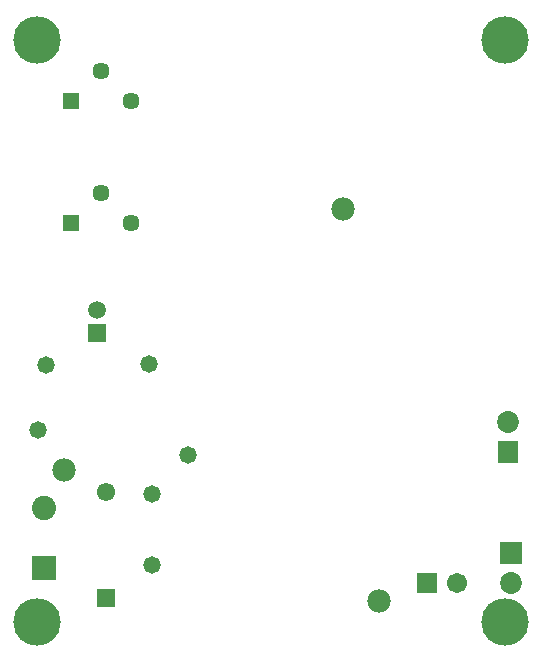
<source format=gbr>
%TF.GenerationSoftware,Altium Limited,Altium Designer,20.0.10 (225)*%
G04 Layer_Color=16711935*
%FSLAX26Y26*%
%MOIN*%
%TF.FileFunction,Soldermask,Bot*%
%TF.Part,Single*%
G01*
G75*
%TA.AperFunction,ViaPad*%
%ADD33C,0.158000*%
%TA.AperFunction,ComponentPad*%
%ADD34R,0.067055X0.067055*%
%ADD35C,0.067055*%
%TA.AperFunction,ViaPad*%
%ADD36C,0.078000*%
%TA.AperFunction,ComponentPad*%
%ADD37R,0.080835X0.080835*%
%ADD38C,0.080835*%
%ADD39R,0.061150X0.061150*%
%ADD40C,0.061150*%
%ADD41C,0.059181*%
%ADD42R,0.059181X0.059181*%
%ADD43R,0.057213X0.057213*%
%ADD44C,0.057213*%
%ADD45R,0.073000X0.073000*%
%ADD46C,0.073000*%
%ADD47R,0.067055X0.073000*%
%TA.AperFunction,ViaPad*%
%ADD48C,0.058000*%
D33*
X4950000Y1110000D02*
D03*
X3390000D02*
D03*
X4950000Y3050000D02*
D03*
X3390000D02*
D03*
D34*
X4690000Y1240000D02*
D03*
D35*
X4790000D02*
D03*
D36*
X3480000Y1615000D02*
D03*
X4530000Y1180000D02*
D03*
X4410000Y2485000D02*
D03*
D37*
X3415000Y1290000D02*
D03*
D38*
Y1490000D02*
D03*
D39*
X3620000Y1187835D02*
D03*
D40*
Y1542165D02*
D03*
D41*
X3590728Y2149370D02*
D03*
D42*
Y2070630D02*
D03*
D43*
X3505000Y2846378D02*
D03*
Y2440000D02*
D03*
D44*
X3605000Y2946378D02*
D03*
X3705000Y2846378D02*
D03*
X3605000Y2540000D02*
D03*
X3705000Y2440000D02*
D03*
D45*
X4970000Y1340000D02*
D03*
D46*
Y1240000D02*
D03*
X4960000Y1775000D02*
D03*
D47*
Y1675000D02*
D03*
D48*
X3420000Y1965000D02*
D03*
X3895000Y1665000D02*
D03*
X3765000Y1970000D02*
D03*
X3395000Y1750000D02*
D03*
X3775000Y1535000D02*
D03*
Y1300000D02*
D03*
%TF.MD5,c3c86c14d965daf6a115c138e9e9563f*%
M02*

</source>
